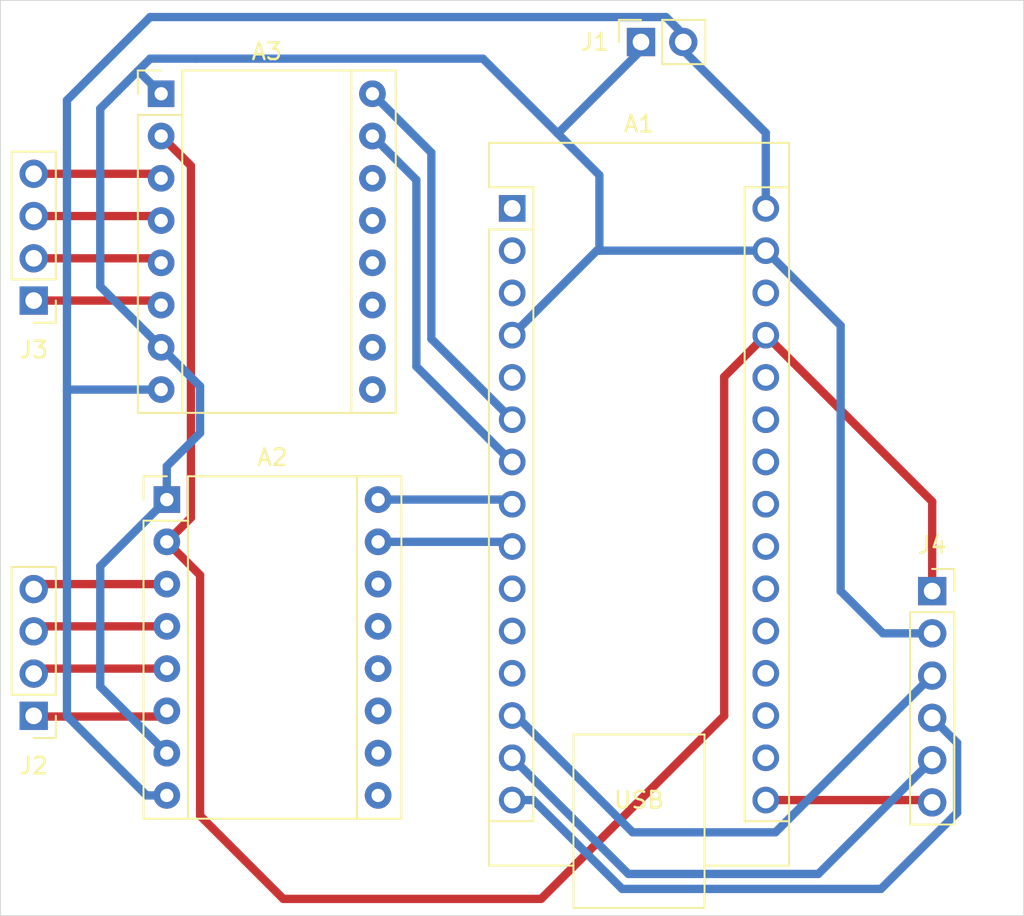
<source format=kicad_pcb>
(kicad_pcb (version 20240108) (generator "pcbnew") (generator_version "8.0")
  (layers (0 "F.Cu" signal) (31 "B.Cu" signal) (34 "B.Paste" user) (35 "F.Paste" user) (36 "B.SilkS" user "B.Silkscreen") (37 "F.SilkS" user "F.Silkscreen") (38 "B.Mask" user) (39 "F.Mask" user) (44 "Edge.Cuts" user))
  (net 0 "")
  (net 6 "GND")
  (net 11 "+12V")
  (net 21 "+5V")
  (net 28 "Net-(A1-D6)")
  (net 29 "Net-(A1-D5)")
  (net 30 "Net-(A2-1A)")
  (net 31 "Net-(A2-1B)")
  (net 32 "Net-(A2-2B)")
  (net 33 "Net-(A2-2A)")
  (net 36 "Net-(A3-1B)")
  (net 37 "Net-(A3-1A)")
  (net 40 "Net-(A3-2A)")
  (net 41 "Net-(A3-2B)")
  (net 44 "Net-(A1-D4)")
  (net 45 "Net-(A1-MOSI)")
  (net 46 "Net-(A1-SCK)")
  (net 47 "Net-(A1-MISO)")
  (net 48 "Net-(A1-D10)")
  (net 49 "Net-(A1-D3)")
  (footprint "Connector_PinHeader_2.54mm:PinHeader_1x04_P2.54mm_Vertical" (layer "F.Cu") (at 77 85 180)
    (property "Reference" "J2" (at 0 -3 180) (layer "F.SilkS"))
    (property "Value" "Conn_01x04_Pin" (hide yes))
    (fp_line (start 1.33 1.27) (end 1.33 8.95) (stroke (width 0.12)) (layer "F.SilkS"))
    (fp_line (start -1.33 8.95) (end 1.33 8.95) (stroke (width 0.12)) (layer "F.SilkS"))
    (fp_line (start -1.33 1.27) (end 1.33 1.27) (stroke (width 0.12)) (layer "F.SilkS"))
    (fp_line (start -1.33 1.27) (end -1.33 8.95) (stroke (width 0.12)) (layer "F.SilkS"))
    (fp_line (start -1.33 0) (end -1.33 -1.33) (stroke (width 0.12)) (layer "F.SilkS"))
    (fp_line (start -1.33 -1.33) (end 0 -1.33) (stroke (width 0.12)) (layer "F.SilkS"))
    (pad "1" thru_hole rect (at 0 0 180) (size 1.7 1.7) (drill 1) (layers "*.Cu" "*.Mask") (net 32 "Net-(A2-2B)"))
    (pad "2" thru_hole oval (at 0 2.54 180) (size 1.7 1.7) (drill 1) (layers "*.Cu" "*.Mask") (net 33 "Net-(A2-2A)"))
    (pad "3" thru_hole oval (at 0 5.08 180) (size 1.7 1.7) (drill 1) (layers "*.Cu" "*.Mask") (net 30 "Net-(A2-1A)"))
    (pad "4" thru_hole oval (at 0 7.62 180) (size 1.7 1.7) (drill 1) (layers "*.Cu" "*.Mask") (net 31 "Net-(A2-1B)"))
  )
  (footprint "Connector_PinSocket_2.54mm:PinSocket_1x06_P2.54mm_Vertical" (layer "F.Cu") (at 131 77.5)
    (property "Reference" "J4" (at 0 -2.77 0) (layer "F.SilkS"))
    (property "Value" "Conn_01x06_Socket" (hide yes))
    (fp_line (start -1.33 1.27) (end -1.33 14.03) (stroke (width 0.12)) (layer "F.SilkS"))
    (fp_line (start -1.33 1.27) (end 1.33 1.27) (stroke (width 0.12)) (layer "F.SilkS"))
    (fp_line (start -1.33 14.03) (end 1.33 14.03) (stroke (width 0.12)) (layer "F.SilkS"))
    (fp_line (start 0 -1.33) (end 1.33 -1.33) (stroke (width 0.12)) (layer "F.SilkS"))
    (fp_line (start 1.33 -1.33) (end 1.33 0) (stroke (width 0.12)) (layer "F.SilkS"))
    (fp_line (start 1.33 1.27) (end 1.33 14.03) (stroke (width 0.12)) (layer "F.SilkS"))
    (pad "1" thru_hole rect (at 0 0) (size 1.7 1.7) (drill 1) (layers "*.Cu" "*.Mask") (net 21 "+5V"))
    (pad "2" thru_hole oval (at 0 2.54) (size 1.7 1.7) (drill 1) (layers "*.Cu" "*.Mask") (net 6 "GND"))
    (pad "3" thru_hole oval (at 0 5.08) (size 1.7 1.7) (drill 1) (layers "*.Cu" "*.Mask") (net 48 "Net-(A1-D10)"))
    (pad "4" thru_hole oval (at 0 7.62) (size 1.7 1.7) (drill 1) (layers "*.Cu" "*.Mask") (net 47 "Net-(A1-MISO)"))
    (pad "5" thru_hole oval (at 0 10.16) (size 1.7 1.7) (drill 1) (layers "*.Cu" "*.Mask") (net 45 "Net-(A1-MOSI)"))
    (pad "6" thru_hole oval (at 0 12.7) (size 1.7 1.7) (drill 1) (layers "*.Cu" "*.Mask") (net 46 "Net-(A1-SCK)"))
  )
  (footprint "Module:Pololu_Breakout-16_15.2x20.3mm" (layer "F.Cu") (at 84.66 47.61)
    (property "Reference" "A3" (at 6.35 -2.54 0) (layer "F.SilkS"))
    (property "Value" "Pololu_Breakout_A4988")
    (fp_line (start -1.4 -1.4) (end -1.4 0) (stroke (width 0.12)) (layer "F.SilkS"))
    (fp_line (start -1.4 1.27) (end -1.4 19.18) (stroke (width 0.12)) (layer "F.SilkS"))
    (fp_line (start -1.4 19.18) (end 14.1 19.18) (stroke (width 0.12)) (layer "F.SilkS"))
    (fp_line (start 0 -1.4) (end -1.4 -1.4) (stroke (width 0.12)) (layer "F.SilkS"))
    (fp_line (start 1.27 -1.4) (end 1.27 1.27) (stroke (width 0.12)) (layer "F.SilkS"))
    (fp_line (start 1.27 1.27) (end -1.4 1.27) (stroke (width 0.12)) (layer "F.SilkS"))
    (fp_line (start 1.27 1.27) (end 1.27 19.18) (stroke (width 0.12)) (layer "F.SilkS"))
    (fp_line (start 11.43 -1.4) (end 11.43 19.18) (stroke (width 0.12)) (layer "F.SilkS"))
    (fp_line (start 14.1 -1.4) (end 1.27 -1.4) (stroke (width 0.12)) (layer "F.SilkS"))
    (fp_line (start 14.1 19.18) (end 14.1 -1.4) (stroke (width 0.12)) (layer "F.SilkS"))
    (pad "1" thru_hole rect (at 0 0) (size 1.6 1.6) (drill 0.8) (layers "*.Cu" "*.Mask") (net 6 "GND"))
    (pad "2" thru_hole oval (at 0 2.54) (size 1.6 1.6) (drill 0.8) (layers "*.Cu" "*.Mask") (net 21 "+5V"))
    (pad "3" thru_hole oval (at 0 5.08) (size 1.6 1.6) (drill 0.8) (layers "*.Cu" "*.Mask") (net 36 "Net-(A3-1B)"))
    (pad "4" thru_hole oval (at 0 7.62) (size 1.6 1.6) (drill 0.8) (layers "*.Cu" "*.Mask") (net 37 "Net-(A3-1A)"))
    (pad "5" thru_hole oval (at 0 10.16) (size 1.6 1.6) (drill 0.8) (layers "*.Cu" "*.Mask") (net 40 "Net-(A3-2A)"))
    (pad "6" thru_hole oval (at 0 12.7) (size 1.6 1.6) (drill 0.8) (layers "*.Cu" "*.Mask") (net 41 "Net-(A3-2B)"))
    (pad "7" thru_hole oval (at 0 15.24) (size 1.6 1.6) (drill 0.8) (layers "*.Cu" "*.Mask") (net 6 "GND"))
    (pad "8" thru_hole oval (at 0 17.78) (size 1.6 1.6) (drill 0.8) (layers "*.Cu" "*.Mask") (net 11 "+12V"))
    (pad "9" thru_hole oval (at 12.7 17.78) (size 1.6 1.6) (drill 0.8) (layers "*.Cu" "*.Mask"))
    (pad "10" thru_hole oval (at 12.7 15.24) (size 1.6 1.6) (drill 0.8) (layers "*.Cu" "*.Mask"))
    (pad "11" thru_hole oval (at 12.7 12.7) (size 1.6 1.6) (drill 0.8) (layers "*.Cu" "*.Mask"))
    (pad "12" thru_hole oval (at 12.7 10.16) (size 1.6 1.6) (drill 0.8) (layers "*.Cu" "*.Mask"))
    (pad "13" thru_hole oval (at 12.7 7.62) (size 1.6 1.6) (drill 0.8) (layers "*.Cu" "*.Mask"))
    (pad "14" thru_hole oval (at 12.7 5.08) (size 1.6 1.6) (drill 0.8) (layers "*.Cu" "*.Mask"))
    (pad "15" thru_hole oval (at 12.7 2.54) (size 1.6 1.6) (drill 0.8) (layers "*.Cu" "*.Mask") (net 44 "Net-(A1-D4)"))
    (pad "16" thru_hole oval (at 12.7 0) (size 1.6 1.6) (drill 0.8) (layers "*.Cu" "*.Mask") (net 49 "Net-(A1-D3)"))
  )
  (footprint "Connector_PinSocket_2.54mm:PinSocket_1x02_P2.54mm_Vertical" (layer "F.Cu") (at 113.5 44.5 90)
    (property "Reference" "J1" (at 0 -2.77 0) (layer "F.SilkS"))
    (property "Value" "Conn_01x02_Socket" (hide yes))
    (fp_line (start 1.33 -1.33) (end 1.33 0) (stroke (width 0.12)) (layer "F.SilkS"))
    (fp_line (start 0 -1.33) (end 1.33 -1.33) (stroke (width 0.12)) (layer "F.SilkS"))
    (fp_line (start 1.33 1.27) (end 1.33 3.87) (stroke (width 0.12)) (layer "F.SilkS"))
    (fp_line (start -1.33 1.27) (end 1.33 1.27) (stroke (width 0.12)) (layer "F.SilkS"))
    (fp_line (start -1.33 1.27) (end -1.33 3.87) (stroke (width 0.12)) (layer "F.SilkS"))
    (fp_line (start -1.33 3.87) (end 1.33 3.87) (stroke (width 0.12)) (layer "F.SilkS"))
    (pad "1" thru_hole rect (at 0 0 90) (size 1.7 1.7) (drill 1) (layers "*.Cu" "*.Mask") (net 6 "GND"))
    (pad "2" thru_hole oval (at 0 2.54 90) (size 1.7 1.7) (drill 1) (layers "*.Cu" "*.Mask") (net 11 "+12V"))
  )
  (footprint "Connector_PinHeader_2.54mm:PinHeader_1x04_P2.54mm_Vertical" (layer "F.Cu") (at 77 60.04 180)
    (property "Reference" "J3" (at 0 -2.96 180) (layer "F.SilkS"))
    (property "Value" "Conn_01x04_Pin" (hide yes))
    (fp_line (start 1.33 1.27) (end 1.33 8.95) (stroke (width 0.12)) (layer "F.SilkS"))
    (fp_line (start -1.33 8.95) (end 1.33 8.95) (stroke (width 0.12)) (layer "F.SilkS"))
    (fp_line (start -1.33 1.27) (end 1.33 1.27) (stroke (width 0.12)) (layer "F.SilkS"))
    (fp_line (start -1.33 1.27) (end -1.33 8.95) (stroke (width 0.12)) (layer "F.SilkS"))
    (fp_line (start -1.33 0) (end -1.33 -1.33) (stroke (width 0.12)) (layer "F.SilkS"))
    (fp_line (start -1.33 -1.33) (end 0 -1.33) (stroke (width 0.12)) (layer "F.SilkS"))
    (pad "1" thru_hole rect (at 0 0 180) (size 1.7 1.7) (drill 1) (layers "*.Cu" "*.Mask") (net 41 "Net-(A3-2B)"))
    (pad "2" thru_hole oval (at 0 2.54 180) (size 1.7 1.7) (drill 1) (layers "*.Cu" "*.Mask") (net 40 "Net-(A3-2A)"))
    (pad "3" thru_hole oval (at 0 5.08 180) (size 1.7 1.7) (drill 1) (layers "*.Cu" "*.Mask") (net 37 "Net-(A3-1A)"))
    (pad "4" thru_hole oval (at 0 7.62 180) (size 1.7 1.7) (drill 1) (layers "*.Cu" "*.Mask") (net 36 "Net-(A3-1B)"))
  )
  (footprint "Module:Arduino_Nano" (layer "F.Cu") (at 105.76 54.5)
    (property "Reference" "A1" (at 7.62 -5.08 0) (layer "F.SilkS"))
    (property "Value" "Arduino_Nano_Every")
    (fp_line (start -1.4 -3.94) (end -1.4 -1.27) (stroke (width 0.12)) (layer "F.SilkS"))
    (fp_line (start -1.4 1.27) (end -1.4 39.5) (stroke (width 0.12)) (layer "F.SilkS"))
    (fp_line (start -1.4 39.5) (end 3.68 39.5) (stroke (width 0.12)) (layer "F.SilkS"))
    (fp_line (start 1.27 -1.27) (end -1.4 -1.27) (stroke (width 0.12)) (layer "F.SilkS"))
    (fp_line (start 1.27 1.27) (end -1.4 1.27) (stroke (width 0.12)) (layer "F.SilkS"))
    (fp_line (start 1.27 1.27) (end 1.27 -1.27) (stroke (width 0.12)) (layer "F.SilkS"))
    (fp_line (start 1.27 1.27) (end 1.27 36.83) (stroke (width 0.12)) (layer "F.SilkS"))
    (fp_line (start 1.27 36.83) (end -1.4 36.83) (stroke (width 0.12)) (layer "F.SilkS"))
    (fp_line (start 3.68 31.62) (end 11.56 31.62) (stroke (width 0.12)) (layer "F.SilkS"))
    (fp_line (start 3.68 42.04) (end 3.68 31.62) (stroke (width 0.12)) (layer "F.SilkS"))
    (fp_line (start 11.56 31.62) (end 11.56 42.04) (stroke (width 0.12)) (layer "F.SilkS"))
    (fp_line (start 11.56 42.04) (end 3.68 42.04) (stroke (width 0.12)) (layer "F.SilkS"))
    (fp_line (start 13.97 -1.27) (end 13.97 36.83) (stroke (width 0.12)) (layer "F.SilkS"))
    (fp_line (start 13.97 -1.27) (end 16.64 -1.27) (stroke (width 0.12)) (layer "F.SilkS"))
    (fp_line (start 13.97 36.83) (end 16.64 36.83) (stroke (width 0.12)) (layer "F.SilkS"))
    (fp_line (start 16.64 -3.94) (end -1.4 -3.94) (stroke (width 0.12)) (layer "F.SilkS"))
    (fp_line (start 16.64 39.5) (end 11.56 39.5) (stroke (width 0.12)) (layer "F.SilkS"))
    (fp_line (start 16.64 39.5) (end 16.64 -3.94) (stroke (width 0.12)) (layer "F.SilkS"))
    (fp_text user "USB" (at 7.62 35.56 0) (layer "F.SilkS"))
    (pad "1" thru_hole rect (at 0 0) (size 1.6 1.6) (drill 1) (layers "*.Cu" "*.Mask"))
    (pad "2" thru_hole oval (at 0 2.54) (size 1.6 1.6) (drill 1) (layers "*.Cu" "*.Mask"))
    (pad "3" thru_hole oval (at 0 5.08) (size 1.6 1.6) (drill 1) (layers "*.Cu" "*.Mask"))
    (pad "4" thru_hole oval (at 0 7.62) (size 1.6 1.6) (drill 1) (layers "*.Cu" "*.Mask") (net 6 "GND"))
    (pad "5" thru_hole oval (at 0 10.16) (size 1.6 1.6) (drill 1) (layers "*.Cu" "*.Mask"))
    (pad "6" thru_hole oval (at 0 12.7) (size 1.6 1.6) (drill 1) (layers "*.Cu" "*.Mask") (net 49 "Net-(A1-D3)"))
    (pad "7" thru_hole oval (at 0 15.24) (size 1.6 1.6) (drill 1) (layers "*.Cu" "*.Mask") (net 44 "Net-(A1-D4)"))
    (pad "8" thru_hole oval (at 0 17.78) (size 1.6 1.6) (drill 1) (layers "*.Cu" "*.Mask") (net 29 "Net-(A1-D5)"))
    (pad "9" thru_hole oval (at 0 20.32) (size 1.6 1.6) (drill 1) (layers "*.Cu" "*.Mask") (net 28 "Net-(A1-D6)"))
    (pad "10" thru_hole oval (at 0 22.86) (size 1.6 1.6) (drill 1) (layers "*.Cu" "*.Mask"))
    (pad "11" thru_hole oval (at 0 25.4) (size 1.6 1.6) (drill 1) (layers "*.Cu" "*.Mask"))
    (pad "12" thru_hole oval (at 0 27.94) (size 1.6 1.6) (drill 1) (layers "*.Cu" "*.Mask"))
    (pad "13" thru_hole oval (at 0 30.48) (size 1.6 1.6) (drill 1) (layers "*.Cu" "*.Mask") (net 48 "Net-(A1-D10)"))
    (pad "14" thru_hole oval (at 0 33.02) (size 1.6 1.6) (drill 1) (layers "*.Cu" "*.Mask") (net 45 "Net-(A1-MOSI)"))
    (pad "15" thru_hole oval (at 0 35.56) (size 1.6 1.6) (drill 1) (layers "*.Cu" "*.Mask") (net 47 "Net-(A1-MISO)"))
    (pad "16" thru_hole oval (at 15.24 35.56) (size 1.6 1.6) (drill 1) (layers "*.Cu" "*.Mask") (net 46 "Net-(A1-SCK)"))
    (pad "17" thru_hole oval (at 15.24 33.02) (size 1.6 1.6) (drill 1) (layers "*.Cu" "*.Mask"))
    (pad "18" thru_hole oval (at 15.24 30.48) (size 1.6 1.6) (drill 1) (layers "*.Cu" "*.Mask"))
    (pad "19" thru_hole oval (at 15.24 27.94) (size 1.6 1.6) (drill 1) (layers "*.Cu" "*.Mask"))
    (pad "20" thru_hole oval (at 15.24 25.4) (size 1.6 1.6) (drill 1) (layers "*.Cu" "*.Mask"))
    (pad "21" thru_hole oval (at 15.24 22.86) (size 1.6 1.6) (drill 1) (layers "*.Cu" "*.Mask"))
    (pad "22" thru_hole oval (at 15.24 20.32) (size 1.6 1.6) (drill 1) (layers "*.Cu" "*.Mask"))
    (pad "23" thru_hole oval (at 15.24 17.78) (size 1.6 1.6) (drill 1) (layers "*.Cu" "*.Mask"))
    (pad "24" thru_hole oval (at 15.24 15.24) (size 1.6 1.6) (drill 1) (layers "*.Cu" "*.Mask"))
    (pad "25" thru_hole oval (at 15.24 12.7) (size 1.6 1.6) (drill 1) (layers "*.Cu" "*.Mask"))
    (pad "26" thru_hole oval (at 15.24 10.16) (size 1.6 1.6) (drill 1) (layers "*.Cu" "*.Mask"))
    (pad "27" thru_hole oval (at 15.24 7.62) (size 1.6 1.6) (drill 1) (layers "*.Cu" "*.Mask") (net 21 "+5V"))
    (pad "28" thru_hole oval (at 15.24 5.08) (size 1.6 1.6) (drill 1) (layers "*.Cu" "*.Mask"))
    (pad "29" thru_hole oval (at 15.24 2.54) (size 1.6 1.6) (drill 1) (layers "*.Cu" "*.Mask") (net 6 "GND"))
    (pad "30" thru_hole oval (at 15.24 0) (size 1.6 1.6) (drill 1) (layers "*.Cu" "*.Mask") (net 11 "+12V"))
  )
  (footprint "Module:Pololu_Breakout-16_15.2x20.3mm" (layer "F.Cu") (at 85 72)
    (property "Reference" "A2" (at 6.35 -2.54 0) (layer "F.SilkS"))
    (property "Value" "Pololu_Breakout_A4988")
    (fp_line (start -1.4 -1.4) (end -1.4 0) (stroke (width 0.12)) (layer "F.SilkS"))
    (fp_line (start -1.4 1.27) (end -1.4 19.18) (stroke (width 0.12)) (layer "F.SilkS"))
    (fp_line (start -1.4 19.18) (end 14.1 19.18) (stroke (width 0.12)) (layer "F.SilkS"))
    (fp_line (start 0 -1.4) (end -1.4 -1.4) (stroke (width 0.12)) (layer "F.SilkS"))
    (fp_line (start 1.27 -1.4) (end 1.27 1.27) (stroke (width 0.12)) (layer "F.SilkS"))
    (fp_line (start 1.27 1.27) (end -1.4 1.27) (stroke (width 0.12)) (layer "F.SilkS"))
    (fp_line (start 1.27 1.27) (end 1.27 19.18) (stroke (width 0.12)) (layer "F.SilkS"))
    (fp_line (start 11.43 -1.4) (end 11.43 19.18) (stroke (width 0.12)) (layer "F.SilkS"))
    (fp_line (start 14.1 -1.4) (end 1.27 -1.4) (stroke (width 0.12)) (layer "F.SilkS"))
    (fp_line (start 14.1 19.18) (end 14.1 -1.4) (stroke (width 0.12)) (layer "F.SilkS"))
    (pad "1" thru_hole rect (at 0 0) (size 1.6 1.6) (drill 0.8) (layers "*.Cu" "*.Mask") (net 6 "GND"))
    (pad "2" thru_hole oval (at 0 2.54) (size 1.6 1.6) (drill 0.8) (layers "*.Cu" "*.Mask") (net 21 "+5V"))
    (pad "3" thru_hole oval (at 0 5.08) (size 1.6 1.6) (drill 0.8) (layers "*.Cu" "*.Mask") (net 31 "Net-(A2-1B)"))
    (pad "4" thru_hole oval (at 0 7.62) (size 1.6 1.6) (drill 0.8) (layers "*.Cu" "*.Mask") (net 30 "Net-(A2-1A)"))
    (pad "5" thru_hole oval (at 0 10.16) (size 1.6 1.6) (drill 0.8) (layers "*.Cu" "*.Mask") (net 33 "Net-(A2-2A)"))
    (pad "6" thru_hole oval (at 0 12.7) (size 1.6 1.6) (drill 0.8) (layers "*.Cu" "*.Mask") (net 32 "Net-(A2-2B)"))
    (pad "7" thru_hole oval (at 0 15.24) (size 1.6 1.6) (drill 0.8) (layers "*.Cu" "*.Mask") (net 6 "GND"))
    (pad "8" thru_hole oval (at 0 17.78) (size 1.6 1.6) (drill 0.8) (layers "*.Cu" "*.Mask") (net 11 "+12V"))
    (pad "9" thru_hole oval (at 12.7 17.78) (size 1.6 1.6) (drill 0.8) (layers "*.Cu" "*.Mask"))
    (pad "10" thru_hole oval (at 12.7 15.24) (size 1.6 1.6) (drill 0.8) (layers "*.Cu" "*.Mask"))
    (pad "11" thru_hole oval (at 12.7 12.7) (size 1.6 1.6) (drill 0.8) (layers "*.Cu" "*.Mask"))
    (pad "12" thru_hole oval (at 12.7 10.16) (size 1.6 1.6) (drill 0.8) (layers "*.Cu" "*.Mask"))
    (pad "13" thru_hole oval (at 12.7 7.62) (size 1.6 1.6) (drill 0.8) (layers "*.Cu" "*.Mask"))
    (pad "14" thru_hole oval (at 12.7 5.08) (size 1.6 1.6) (drill 0.8) (layers "*.Cu" "*.Mask"))
    (pad "15" thru_hole oval (at 12.7 2.54) (size 1.6 1.6) (drill 0.8) (layers "*.Cu" "*.Mask") (net 28 "Net-(A1-D6)"))
    (pad "16" thru_hole oval (at 12.7 0) (size 1.6 1.6) (drill 0.8) (layers "*.Cu" "*.Mask") (net 29 "Net-(A1-D5)"))
  )
  (gr_rect (start 75 42) (end 136.5 97) (stroke (width 0.05)) (fill none) (layer "Edge.Cuts"))
  (segment (start 83.25 46.25) (end 81 48.5) (width 0.5) (layer "B.Cu") (net 6))
  (segment (start 81 76) (end 81 83.24) (width 0.5) (layer "B.Cu") (net 6))
  (segment (start 87 68) (end 87 65.19) (width 0.5) (layer "B.Cu") (net 6))
  (segment (start 104 45.5) (end 108.5 50) (width 0.5) (layer "B.Cu") (net 6))
  (segment (start 131 80.04) (end 128.04 80.04) (width 0.5) (layer "B.Cu") (net 6))
  (segment (start 81 48.5) (end 81 59.19) (width 0.5) (layer "B.Cu") (net 6))
  (segment (start 85 72) (end 85 70) (width 0.5) (layer "B.Cu") (net 6))
  (segment (start 86.77 45.5) (end 84 45.5) (width 0.5) (layer "B.Cu") (net 6))
  (segment (start 81 83.24) (end 85 87.24) (width 0.5) (layer "B.Cu") (net 6))
  (segment (start 125.5 77.5) (end 125.5 61.54) (width 0.5) (layer "B.Cu") (net 6))
  (segment (start 121 57.04) (end 111 57.04) (width 0.5) (layer "B.Cu") (net 6))
  (segment (start 128.04 80.04) (end 125.5 77.5) (width 0.5) (layer "B.Cu") (net 6))
  (segment (start 87 65.19) (end 84.66 62.85) (width 0.5) (layer "B.Cu") (net 6))
  (segment (start 83.3 46.25) (end 83.25 46.25) (width 0.5) (layer "B.Cu") (net 6))
  (segment (start 108.5 50) (end 111 52.5) (width 0.5) (layer "B.Cu") (net 6))
  (segment (start 84.66 47.61) (end 83.3 46.25) (width 0.5) (layer "B.Cu") (net 6))
  (segment (start 84 45.5) (end 83.25 46.25) (width 0.5) (layer "B.Cu") (net 6))
  (segment (start 111 57.04) (end 110.84 57.04) (width 0.5) (layer "B.Cu") (net 6))
  (segment (start 125.5 61.54) (end 121 57.04) (width 0.5) (layer "B.Cu") (net 6))
  (segment (start 110.84 57.04) (end 105.76 62.12) (width 0.5) (layer "B.Cu") (net 6))
  (segment (start 111 52.5) (end 111 57.04) (width 0.5) (layer "B.Cu") (net 6))
  (segment (start 108.5 50) (end 113.5 45) (width 0.5) (layer "B.Cu") (net 6))
  (segment (start 85 72) (end 81 76) (width 0.5) (layer "B.Cu") (net 6))
  (segment (start 113.5 45) (end 113.5 44.5) (width 0.5) (layer "B.Cu") (net 6))
  (segment (start 86.77 45.5) (end 104 45.5) (width 0.5) (layer "B.Cu") (net 6))
  (segment (start 81 59.19) (end 84.66 62.85) (width 0.5) (layer "B.Cu") (net 6))
  (segment (start 85 70) (end 87 68) (width 0.5) (layer "B.Cu") (net 6))
  (segment (start 79 48) (end 84 43) (width 0.5) (layer "B.Cu") (net 11))
  (segment (start 79.11 65.39) (end 79 65.5) (width 0.5) (layer "B.Cu") (net 11))
  (segment (start 115 43) (end 116.04 44.04) (width 0.5) (layer "B.Cu") (net 11))
  (segment (start 79 65.5) (end 79 85) (width 0.5) (layer "B.Cu") (net 11))
  (segment (start 116.04 44.5) (end 116.04 45) (width 0.5) (layer "B.Cu") (net 11))
  (segment (start 83.78 89.78) (end 85 89.78) (width 0.5) (layer "B.Cu") (net 11))
  (segment (start 116.04 44.04) (end 116.04 44.5) (width 0.5) (layer "B.Cu") (net 11))
  (segment (start 121 49.96) (end 121 54.5) (width 0.5) (layer "B.Cu") (net 11))
  (segment (start 84 43) (end 115 43) (width 0.5) (layer "B.Cu") (net 11))
  (segment (start 84.66 65.39) (end 79.11 65.39) (width 0.5) (layer "B.Cu") (net 11))
  (segment (start 116.04 45) (end 121 49.96) (width 0.5) (layer "B.Cu") (net 11))
  (segment (start 79 85) (end 83.78 89.78) (width 0.5) (layer "B.Cu") (net 11))
  (segment (start 79 65.5) (end 79 48) (width 0.5) (layer "B.Cu") (net 11))
  (segment (start 86.45 73.09) (end 85 74.54) (width 0.5) (layer "F.Cu") (net 21))
  (segment (start 87 76.54) (end 85 74.54) (width 0.5) (layer "F.Cu") (net 21))
  (segment (start 118.5 85) (end 107.5 96) (width 0.5) (layer "F.Cu") (net 21))
  (segment (start 118.5 64.62) (end 118.5 85) (width 0.5) (layer "F.Cu") (net 21))
  (segment (start 84.66 50.15) (end 86.45 51.94) (width 0.5) (layer "F.Cu") (net 21))
  (segment (start 86.45 51.94) (end 86.45 73.09) (width 0.5) (layer "F.Cu") (net 21))
  (segment (start 131 72.12) (end 121 62.12) (width 0.5) (layer "F.Cu") (net 21))
  (segment (start 87 91) (end 87 76.54) (width 0.5) (layer "F.Cu") (net 21))
  (segment (start 131 77.5) (end 131 72.12) (width 0.5) (layer "F.Cu") (net 21))
  (segment (start 92 96) (end 87 91) (width 0.5) (layer "F.Cu") (net 21))
  (segment (start 121 62.12) (end 118.5 64.62) (width 0.5) (layer "F.Cu") (net 21))
  (segment (start 107.5 96) (end 92 96) (width 0.5) (layer "F.Cu") (net 21))
  (segment (start 105.48 74.54) (end 105.76 74.82) (width 0.5) (layer "B.Cu") (net 28))
  (segment (start 97.7 74.54) (end 105.48 74.54) (width 0.5) (layer "B.Cu") (net 28))
  (segment (start 105.48 72) (end 105.76 72.28) (width 0.5) (layer "B.Cu") (net 29))
  (segment (start 97.7 72) (end 105.48 72) (width 0.5) (layer "B.Cu") (net 29))
  (segment (start 77.3 79.62) (end 77 79.92) (width 0.5) (layer "F.Cu") (net 30))
  (segment (start 85 79.62) (end 77.3 79.62) (width 0.5) (layer "F.Cu") (net 30))
  (segment (start 85 77.08) (end 77.3 77.08) (width 0.5) (layer "F.Cu") (net 31))
  (segment (start 77.3 77.08) (end 77 77.38) (width 0.5) (layer "F.Cu") (net 31))
  (segment (start 84.66 85.04) (end 85 84.7) (width 0.5) (layer "F.Cu") (net 32))
  (segment (start 77.04 85.04) (end 84.66 85.04) (width 0.5) (layer "F.Cu") (net 32))
  (segment (start 77 85) (end 77.04 85.04) (width 0.5) (layer "F.Cu") (net 32))
  (segment (start 85 82.16) (end 77.3 82.16) (width 0.5) (layer "F.Cu") (net 33))
  (segment (start 77.3 82.16) (end 77 82.46) (width 0.5) (layer "F.Cu") (net 33))
  (segment (start 84.39 52.42) (end 84.66 52.69) (width 0.5) (layer "F.Cu") (net 36))
  (segment (start 77 52.42) (end 84.39 52.42) (width 0.5) (layer "F.Cu") (net 36))
  (segment (start 84.39 54.96) (end 84.66 55.23) (width 0.5) (layer "F.Cu") (net 37))
  (segment (start 77 54.96) (end 84.39 54.96) (width 0.5) (layer "F.Cu") (net 37))
  (segment (start 77 57.5) (end 84.39 57.5) (width 0.5) (layer "F.Cu") (net 40))
  (segment (start 84.39 57.5) (end 84.66 57.77) (width 0.5) (layer "F.Cu") (net 40))
  (segment (start 84.39 60.04) (end 84.66 60.31) (width 0.5) (layer "F.Cu") (net 41))
  (segment (start 77 60.04) (end 84.39 60.04) (width 0.5) (layer "F.Cu") (net 41))
  (segment (start 100 64) (end 100 52.79) (width 0.5) (layer "B.Cu") (net 44))
  (segment (start 105.76 69.74) (end 105.74 69.74) (width 0.5) (layer "B.Cu") (net 44))
  (segment (start 100 52.79) (end 97.36 50.15) (width 0.5) (layer "B.Cu") (net 44))
  (segment (start 105.74 69.74) (end 100 64) (width 0.5) (layer "B.Cu") (net 44))
  (segment (start 124.16 94.5) (end 112.74 94.5) (width 0.5) (layer "B.Cu") (net 45))
  (segment (start 131 87.66) (end 124.16 94.5) (width 0.5) (layer "B.Cu") (net 45))
  (segment (start 105.76 87.52) (end 106.02 87.52) (width 0.5) (layer "B.Cu") (net 45))
  (segment (start 112.74 94.5) (end 105.76 87.52) (width 0.5) (layer "B.Cu") (net 45))
  (segment (start 130.86 90.06) (end 121 90.06) (width 0.5) (layer "F.Cu") (net 46))
  (segment (start 131 90.2) (end 130.86 90.06) (width 0.5) (layer "F.Cu") (net 46))
  (segment (start 107.027208 90.06) (end 105.76 90.06) (width 0.5) (layer "B.Cu") (net 47))
  (segment (start 132.5 90.821321) (end 127.921321 95.4) (width 0.5) (layer "B.Cu") (net 47))
  (segment (start 132.5 86.62) (end 132.5 90.821321) (width 0.5) (layer "B.Cu") (net 47))
  (segment (start 127.921321 95.4) (end 112.367208 95.4) (width 0.5) (layer "B.Cu") (net 47))
  (segment (start 112.367208 95.4) (end 107.027208 90.06) (width 0.5) (layer "B.Cu") (net 47))
  (segment (start 131 85.12) (end 132.5 86.62) (width 0.5) (layer "B.Cu") (net 47))
  (segment (start 131 82.58) (end 121.58 92) (width 0.5) (layer "B.Cu") (net 48))
  (segment (start 121.58 92) (end 113 92) (width 0.5) (layer "B.Cu") (net 48))
  (segment (start 105.98 84.98) (end 105.76 84.98) (width 0.5) (layer "B.Cu") (net 48))
  (segment (start 113 92) (end 105.98 84.98) (width 0.5) (layer "B.Cu") (net 48))
  (segment (start 100.9 51.15) (end 100.9 62.34) (width 0.5) (layer "B.Cu") (net 49))
  (segment (start 97.36 47.61) (end 100.9 51.15) (width 0.5) (layer "B.Cu") (net 49))
  (segment (start 100.9 62.34) (end 105.76 67.2) (width 0.5) (layer "B.Cu") (net 49))
)
</source>
